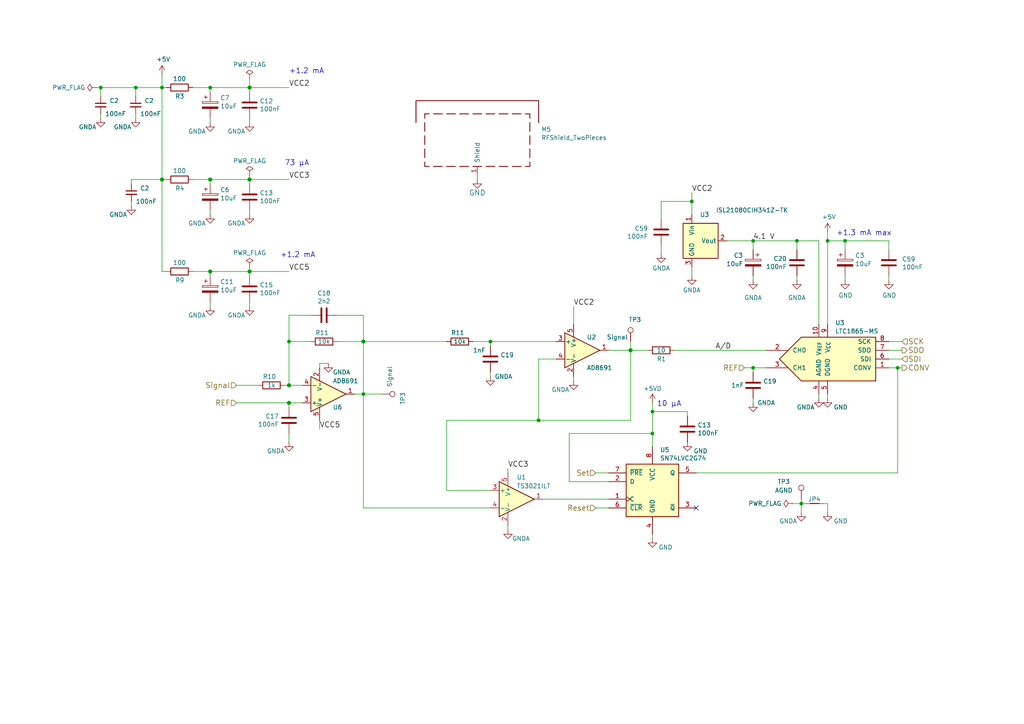
<source format=kicad_sch>
(kicad_sch (version 20230121) (generator eeschema)
  (paper "A4")
  (title_block (title "USTSIPIN03A") (date "2023-10-23") (company "Jakub Kákona <info@ust.cz>") (comment 2 "Semiconductor\\nionizing radiation detector"))
  (lib_symbols
    (symbol "74xGxx:74LVC2G74" (pin_names (offset 1.016))
      (property "Reference" "U" (at -5.08 10.16 0))
      (property "Value" "74LVC2G74" (at 10.16 -10.16 0))
      (symbol "74LVC2G74_0_1"
        (rectangle (start -7.62 7.62) (end 7.62 -7.62) (stroke (width 0.254)) (fill (type background)))
      )
      (symbol "74LVC2G74_1_1"
        (pin input clock (at -12.7 -2.54 0) (length 5.08) (name "C") (number "1"))
        (pin input line (at -12.7 2.54 0) (length 5.08) (name "D") (number "2"))
        (pin output line (at 12.7 -5.08 180) (length 5.08) (name "~{Q}") (number "3"))
        (pin power_in line (at 0 -12.7 90) (length 5.08) (name "GND") (number "4"))
        (pin output line (at 12.7 5.08 180) (length 5.08) (name "Q") (number "5"))
        (pin input line (at -12.7 -5.08 0) (length 5.08) (name "~{CLR}") (number "6"))
        (pin input line (at -12.7 5.08 0) (length 5.08) (name "~{PRE}") (number "7"))
        (pin power_in line (at 0 12.7 270) (length 5.08) (name "VCC") (number "8"))
      )
    )
    (symbol "Analog_ADC:LTC1865-MS" (pin_names (offset 1.27))
      (property "Reference" "U" (at -10.16 7.62 0))
      (property "Value" "LTC1865-MS" (at 11.43 7.62 0))
      (symbol "LTC1865-MS_0_1"
        (polyline (pts (xy 11.43 6.35) (xy -10.16 6.35) (xy -16.51 0) (xy -10.16 -6.35) (xy 11.43 -6.35) (xy 11.43 6.35)) (stroke (width 0.254)) (fill (type background)))
      )
      (symbol "LTC1865-MS_1_1"
        (pin input line (at 15.24 -2.54 180) (length 3.81) (name "CONV") (number "1"))
        (pin input line (at -5.08 10.16 270) (length 3.81) (name "V_{REF}") (number "10"))
        (pin input line (at -20.32 2.54 0) (length 6.35) (name "CH0") (number "2"))
        (pin input line (at -20.32 -2.54 0) (length 6.35) (name "CH1") (number "3"))
        (pin power_in line (at -5.08 -10.16 90) (length 3.81) (name "AGND") (number "4"))
        (pin power_in line (at -2.54 -10.16 90) (length 3.81) (name "DGND") (number "5"))
        (pin input line (at 15.24 0 180) (length 3.81) (name "SDI") (number "6"))
        (pin output line (at 15.24 2.54 180) (length 3.81) (name "SDO") (number "7"))
        (pin input line (at 15.24 5.08 180) (length 3.81) (name "SCK") (number "8"))
        (pin power_in line (at -2.54 10.16 270) (length 3.81) (name "V_{CC}") (number "9"))
      )
    )
    (symbol "Connector:TestPoint" (pin_numbers hide) (pin_names (offset 0.762) hide)
      (property "Reference" "TP" (at 0 6.858 0))
      (property "Value" "TestPoint" (at 0 5.08 0))
      (symbol "TestPoint_0_1"
        (circle (center 0 3.302) (radius 0.762))
      )
      (symbol "TestPoint_1_1"
        (pin passive line (at 0 0 90) (length 2.54) (name "1") (number "1"))
      )
    )
    (symbol "Device:C" (pin_numbers hide) (pin_names (offset 0.254))
      (property "Reference" "C" (at 0.635 2.54 0))
      (property "Value" "C" (at 0.635 -2.54 0))
      (symbol "C_0_1"
        (polyline (pts (xy -2.032 -0.762) (xy 2.032 -0.762)) (stroke (width 0.508)))
        (polyline (pts (xy -2.032 0.762) (xy 2.032 0.762)) (stroke (width 0.508)))
      )
      (symbol "C_1_1"
        (pin passive line (at 0 3.81 270) (length 2.794) (name "~") (number "1"))
        (pin passive line (at 0 -3.81 90) (length 2.794) (name "~") (number "2"))
      )
    )
    (symbol "Device:C_Polarized" (pin_numbers hide) (pin_names (offset 0.254))
      (property "Reference" "C" (at 0.635 2.54 0))
      (property "Value" "C_Polarized" (at 0.635 -2.54 0))
      (symbol "C_Polarized_0_1"
        (rectangle (start -2.286 0.508) (end 2.286 1.016))
        (polyline (pts (xy -1.778 2.286) (xy -0.762 2.286)))
        (polyline (pts (xy -1.27 2.794) (xy -1.27 1.778)))
        (rectangle (start 2.286 -0.508) (end -2.286 -1.016) (fill (type outline)))
      )
      (symbol "C_Polarized_1_1"
        (pin passive line (at 0 3.81 270) (length 2.794) (name "~") (number "1"))
        (pin passive line (at 0 -3.81 90) (length 2.794) (name "~") (number "2"))
      )
    )
    (symbol "Device:C_Small" (pin_numbers hide) (pin_names (offset 0.254) hide)
      (property "Reference" "C" (at 0.254 1.778 0))
      (property "Value" "C_Small" (at 0.254 -2.032 0))
      (symbol "C_Small_0_1"
        (polyline (pts (xy -1.524 -0.508) (xy 1.524 -0.508)) (stroke (width 0.3302)))
        (polyline (pts (xy -1.524 0.508) (xy 1.524 0.508)) (stroke (width 0.3048)))
      )
      (symbol "C_Small_1_1"
        (pin passive line (at 0 2.54 270) (length 2.032) (name "~") (number "1"))
        (pin passive line (at 0 -2.54 90) (length 2.032) (name "~") (number "2"))
      )
    )
    (symbol "Device:NetTie_2" (pin_numbers hide) (pin_names (offset 0) hide) (in_bom no)
      (property "Reference" "NT" (at 0 1.27 0))
      (property "Value" "NetTie_2" (at 0 -1.27 0))
      (symbol "NetTie_2_0_1"
        (polyline (pts (xy -1.27 0) (xy 1.27 0)) (stroke (width 0.254)))
      )
      (symbol "NetTie_2_1_1"
        (pin passive line (at -2.54 0 0) (length 2.54) (name "1") (number "1"))
        (pin passive line (at 2.54 0 180) (length 2.54) (name "2") (number "2"))
      )
    )
    (symbol "Device:R" (pin_numbers hide) (pin_names (offset 0))
      (property "Reference" "R" (at 2.032 0 90))
      (property "Value" "R" (at 0 0 90))
      (symbol "R_0_1"
        (rectangle (start -1.016 -2.54) (end 1.016 2.54) (stroke (width 0.254)))
      )
      (symbol "R_1_1"
        (pin passive line (at 0 3.81 270) (length 1.27) (name "~") (number "1"))
        (pin passive line (at 0 -3.81 90) (length 1.27) (name "~") (number "2"))
      )
    )
    (symbol "Device:RFShield_TwoPieces" (pin_names (offset 1.016))
      (property "Reference" "J" (at 0 5.08 0))
      (property "Value" "RFShield_TwoPieces" (at 0 2.54 0))
      (symbol "RFShield_TwoPieces_0_1"
        (polyline (pts (xy -15.24 -5.08) (xy -15.24 -2.54)) (stroke (width 0.254)))
        (polyline (pts (xy -15.24 -1.27) (xy -15.24 1.27)) (stroke (width 0.254)))
        (polyline (pts (xy -15.24 2.54) (xy -15.24 5.08)) (stroke (width 0.254)))
        (polyline (pts (xy -12.7 7.62) (xy -10.16 7.62)) (stroke (width 0.254)))
        (polyline (pts (xy -10.16 -7.62) (xy -12.7 -7.62)) (stroke (width 0.254)))
        (polyline (pts (xy -6.35 -7.62) (xy -8.89 -7.62)) (stroke (width 0.254)))
        (polyline (pts (xy -6.35 7.62) (xy -8.89 7.62)) (stroke (width 0.254)))
        (polyline (pts (xy -2.54 -7.62) (xy -5.08 -7.62)) (stroke (width 0.254)))
        (polyline (pts (xy -2.54 7.62) (xy -5.08 7.62)) (stroke (width 0.254)))
        (polyline (pts (xy -1.27 -7.62) (xy 1.27 -7.62)) (stroke (width 0.254)))
        (polyline (pts (xy 1.27 7.62) (xy -1.27 7.62)) (stroke (width 0.254)))
        (polyline (pts (xy 2.54 -7.62) (xy 5.08 -7.62)) (stroke (width 0.254)))
        (polyline (pts (xy 5.08 7.62) (xy 2.54 7.62)) (stroke (width 0.254)))
        (polyline (pts (xy 6.35 -7.62) (xy 8.89 -7.62)) (stroke (width 0.254)))
        (polyline (pts (xy 8.89 7.62) (xy 6.35 7.62)) (stroke (width 0.254)))
        (polyline (pts (xy 10.16 -7.62) (xy 12.7 -7.62)) (stroke (width 0.254)))
        (polyline (pts (xy 12.7 7.62) (xy 10.16 7.62)) (stroke (width 0.254)))
        (polyline (pts (xy 15.24 -5.08) (xy 15.24 -2.54)) (stroke (width 0.254)))
        (polyline (pts (xy 15.24 -1.27) (xy 15.24 1.27)) (stroke (width 0.254)))
        (polyline (pts (xy 15.24 2.54) (xy 15.24 5.08)) (stroke (width 0.254)))
        (polyline (pts (xy -15.24 6.35) (xy -15.24 7.62) (xy -13.97 7.62)) (stroke (width 0.254)))
        (polyline (pts (xy -13.97 -7.62) (xy -15.24 -7.62) (xy -15.24 -6.35)) (stroke (width 0.254)))
        (polyline (pts (xy 13.97 -7.62) (xy 15.24 -7.62) (xy 15.24 -6.35)) (stroke (width 0.254)))
        (polyline (pts (xy 15.24 6.35) (xy 15.24 7.62) (xy 13.97 7.62)) (stroke (width 0.254)))
        (polyline (pts (xy -17.78 5.08) (xy -17.78 11.43) (xy 17.78 11.43) (xy 17.78 5.08)) (stroke (width 0.254)))
      )
      (symbol "RFShield_TwoPieces_1_1"
        (pin passive line (at 0 -10.16 90) (length 2.54) (name "Shield") (number "1"))
      )
    )
    (symbol "MLAB_IO:AD8691" (pin_names (offset 0.127))
      (property "Reference" "U" (at 0 5.08 0))
      (property "Value" "AD8691" (at 0 -5.08 0))
      (symbol "AD8691_0_1"
        (polyline (pts (xy -5.08 5.08) (xy 5.08 0) (xy -5.08 -5.08) (xy -5.08 5.08)) (stroke (width 0.254)) (fill (type background)))
        (pin power_in line (at -2.54 -7.62 90) (length 3.81) (name "V-") (number "2"))
        (pin power_in line (at -2.54 7.62 270) (length 3.81) (name "V+") (number "5"))
      )
      (symbol "AD8691_1_1"
        (pin output line (at 7.62 0 180) (length 2.54) (name "~") (number "1"))
        (pin input line (at -7.62 2.54 0) (length 2.54) (name "+") (number "3"))
        (pin input line (at -7.62 -2.54 0) (length 2.54) (name "-") (number "4"))
      )
    )
    (symbol "Reference_Voltage:ISL21070CIH320Z-TK"
      (property "Reference" "U" (at -0.635 8.255 0))
      (property "Value" "ISL21070CIH320Z-TK" (at -1.905 6.35 0))
      (symbol "ISL21070CIH320Z-TK_0_1"
        (rectangle (start -5.08 5.08) (end 5.08 -5.08) (stroke (width 0.254)) (fill (type background)))
      )
      (symbol "ISL21070CIH320Z-TK_1_1"
        (pin power_in line (at -2.54 7.62 270) (length 2.54) (name "Vin") (number "1"))
        (pin power_out line (at 7.62 0 180) (length 2.54) (name "Vout") (number "2"))
        (pin power_in line (at -2.54 -7.62 90) (length 2.54) (name "GND") (number "3"))
      )
    )
    (symbol "power:+5V" (power) (pin_names (offset 0))
      (property "Value" "+5V" (at 0 3.556 0))
      (symbol "+5V_0_1"
        (polyline (pts (xy -0.762 1.27) (xy 0 2.54)))
        (polyline (pts (xy 0 0) (xy 0 2.54)))
        (polyline (pts (xy 0 2.54) (xy 0.762 1.27)))
      )
      (symbol "+5V_1_1"
        (pin power_in line (at 0 0 90) (length 0) hide (name "+5V") (number "1"))
      )
    )
    (symbol "power:+5VD" (power) (pin_names (offset 0))
      (property "Value" "+5VD" (at 0 3.556 0))
      (symbol "+5VD_0_1"
        (polyline (pts (xy -0.762 1.27) (xy 0 2.54)))
        (polyline (pts (xy 0 0) (xy 0 2.54)))
        (polyline (pts (xy 0 2.54) (xy 0.762 1.27)))
      )
      (symbol "+5VD_1_1"
        (pin power_in line (at 0 0 90) (length 0) hide (name "+5VD") (number "1"))
      )
    )
    (symbol "power:GND" (power) (pin_names (offset 0))
      (property "Value" "GND" (at 0 -3.81 0))
      (symbol "GND_0_1"
        (polyline (pts (xy 0 0) (xy 0 -1.27) (xy 1.27 -1.27) (xy 0 -2.54) (xy -1.27 -1.27) (xy 0 -1.27)))
      )
      (symbol "GND_1_1"
        (pin power_in line (at 0 0 270) (length 0) hide (name "GND") (number "1"))
      )
    )
    (symbol "power:GNDA" (power) (pin_names (offset 0))
      (property "Value" "GNDA" (at 0 -3.81 0))
      (symbol "GNDA_0_1"
        (polyline (pts (xy 0 0) (xy 0 -1.27) (xy 1.27 -1.27) (xy 0 -2.54) (xy -1.27 -1.27) (xy 0 -1.27)))
      )
      (symbol "GNDA_1_1"
        (pin power_in line (at 0 0 270) (length 0) hide (name "GNDA") (number "1"))
      )
    )
    (symbol "power:PWR_FLAG" (power) (pin_numbers hide) (pin_names (offset 0) hide)
      (property "Value" "PWR_FLAG" (at 0 3.81 0))
      (symbol "PWR_FLAG_0_0"
        (pin power_out line (at 0 0 90) (length 0) (name "pwr") (number "1"))
      )
      (symbol "PWR_FLAG_0_1"
        (polyline (pts (xy 0 0) (xy 0 1.27) (xy -1.016 1.905) (xy 0 2.54) (xy 1.016 1.905) (xy 0 1.27)))
      )
    )
  )
  (junction (at 29.21 25.4))
  (junction (at 200.66 58.42))
  (junction (at 189.23 119.38))
  (junction (at 46.99 52.07) (diameter 1.016))
  (junction (at 142.24 99.06))
  (junction (at 83.82 116.84) (diameter 1.016))
  (junction (at 60.96 78.74) (diameter 1.016))
  (junction (at 156.21 121.92))
  (junction (at 105.41 114.3))
  (junction (at 240.03 69.85))
  (junction (at 105.41 99.06) (diameter 1.016))
  (junction (at 60.96 52.07) (diameter 1.016))
  (junction (at 72.39 52.07) (diameter 1.016))
  (junction (at 189.23 125.73))
  (junction (at 260.35 106.68))
  (junction (at 60.96 25.4))
  (junction (at 83.82 111.76) (diameter 1.016))
  (junction (at 72.39 78.74) (diameter 1.016))
  (junction (at 231.14 69.85))
  (junction (at 72.39 25.4) (diameter 1.016))
  (junction (at 83.82 99.06))
  (junction (at 39.37 25.4))
  (junction (at 218.44 69.85))
  (junction (at 182.88 101.6) (diameter 1.016))
  (junction (at 245.11 69.85))
  (junction (at 46.99 25.4))
  (junction (at 232.41 146.05))
  (junction (at 218.44 106.68))
  (no_connect (at 201.93 147.32))
  (wire (pts (xy 191.77 71.12) (xy 191.77 73.66)))
  (wire (pts (xy 240.03 67.31) (xy 240.03 69.85)))
  (wire (pts (xy 29.21 34.29) (xy 29.21 33.02)))
  (wire (pts (xy 218.44 69.85) (xy 231.14 69.85)))
  (wire (pts (xy 232.41 144.78) (xy 232.41 146.05)))
  (wire (pts (xy 92.71 106.68) (xy 92.71 105.41)))
  (wire (pts (xy 60.96 25.4) (xy 72.39 25.4)))
  (wire (pts (xy 83.82 116.84) (xy 87.63 116.84)))
  (wire (pts (xy 105.41 91.44) (xy 105.41 99.06)))
  (wire (pts (xy 240.03 148.59) (xy 240.03 146.05)))
  (wire (pts (xy 199.39 119.38) (xy 189.23 119.38)))
  (wire (pts (xy 240.03 146.05) (xy 238.76 146.05)))
  (wire (pts (xy 29.21 25.4) (xy 39.37 25.4)))
  (wire (pts (xy 165.1 125.73) (xy 165.1 139.7)))
  (wire (pts (xy 156.21 104.14) (xy 161.29 104.14)))
  (wire (pts (xy 201.93 137.16) (xy 260.35 137.16)))
  (wire (pts (xy 182.88 101.6) (xy 187.96 101.6)))
  (wire (pts (xy 46.99 52.07) (xy 46.99 78.74)))
  (wire (pts (xy 165.1 125.73) (xy 189.23 125.73)))
  (wire (pts (xy 182.88 99.06) (xy 182.88 101.6)))
  (wire (pts (xy 72.39 62.23) (xy 72.39 60.96)))
  (wire (pts (xy 39.37 27.94) (xy 39.37 25.4)))
  (wire (pts (xy 46.99 78.74) (xy 48.26 78.74)))
  (wire (pts (xy 231.14 81.28) (xy 231.14 80.01)))
  (wire (pts (xy 97.79 99.06) (xy 105.41 99.06)))
  (wire (pts (xy 72.39 52.07) (xy 83.82 52.07)))
  (wire (pts (xy 231.14 69.85) (xy 237.49 69.85)))
  (wire (pts (xy 189.23 125.73) (xy 189.23 129.54)))
  (wire (pts (xy 60.96 26.67) (xy 60.96 25.4)))
  (wire (pts (xy 229.87 146.05) (xy 232.41 146.05)))
  (wire (pts (xy 60.96 78.74) (xy 72.39 78.74)))
  (wire (pts (xy 72.39 80.01) (xy 72.39 78.74)))
  (wire (pts (xy 156.21 104.14) (xy 156.21 121.92)))
  (wire (pts (xy 55.88 78.74) (xy 60.96 78.74)))
  (wire (pts (xy 172.72 137.16) (xy 176.53 137.16)))
  (wire (pts (xy 72.39 78.74) (xy 83.82 78.74)))
  (wire (pts (xy 72.39 25.4) (xy 83.82 25.4)))
  (wire (pts (xy 38.1 53.34) (xy 38.1 52.07)))
  (wire (pts (xy 142.24 109.22) (xy 142.24 107.95)))
  (wire (pts (xy 257.81 101.6) (xy 261.62 101.6)))
  (wire (pts (xy 218.44 80.01) (xy 218.44 81.28)))
  (wire (pts (xy 60.96 35.56) (xy 60.96 34.29)))
  (wire (pts (xy 237.49 69.85) (xy 237.49 93.98)))
  (wire (pts (xy 72.39 88.9) (xy 72.39 87.63)))
  (wire (pts (xy 240.03 114.3) (xy 240.03 115.57)))
  (wire (pts (xy 68.58 111.76) (xy 74.93 111.76)))
  (wire (pts (xy 257.81 106.68) (xy 260.35 106.68)))
  (wire (pts (xy 60.96 62.23) (xy 60.96 60.96)))
  (wire (pts (xy 38.1 52.07) (xy 46.99 52.07)))
  (wire (pts (xy 129.54 121.92) (xy 129.54 142.24)))
  (wire (pts (xy 200.66 58.42) (xy 200.66 62.23)))
  (wire (pts (xy 245.11 72.39) (xy 245.11 69.85)))
  (wire (pts (xy 82.55 111.76) (xy 83.82 111.76)))
  (wire (pts (xy 257.81 99.06) (xy 261.62 99.06)))
  (wire (pts (xy 142.24 99.06) (xy 161.29 99.06)))
  (wire (pts (xy 218.44 72.39) (xy 218.44 69.85)))
  (wire (pts (xy 147.32 152.4) (xy 147.32 153.67)))
  (wire (pts (xy 83.82 116.84) (xy 83.82 118.11)))
  (wire (pts (xy 72.39 35.56) (xy 72.39 34.29)))
  (wire (pts (xy 72.39 26.67) (xy 72.39 25.4)))
  (wire (pts (xy 46.99 21.59) (xy 46.99 25.4)))
  (wire (pts (xy 215.9 106.68) (xy 218.44 106.68)))
  (wire (pts (xy 105.41 99.06) (xy 129.54 99.06)))
  (wire (pts (xy 60.96 52.07) (xy 72.39 52.07)))
  (wire (pts (xy 218.44 106.68) (xy 218.44 107.95)))
  (wire (pts (xy 218.44 116.84) (xy 218.44 115.57)))
  (wire (pts (xy 92.71 105.41) (xy 95.25 105.41)))
  (wire (pts (xy 83.82 125.73) (xy 83.82 128.27)))
  (wire (pts (xy 257.81 104.14) (xy 261.62 104.14)))
  (wire (pts (xy 245.11 69.85) (xy 240.03 69.85)))
  (wire (pts (xy 83.82 99.06) (xy 83.82 111.76)))
  (wire (pts (xy 240.03 69.85) (xy 240.03 93.98)))
  (wire (pts (xy 83.82 91.44) (xy 90.17 91.44)))
  (wire (pts (xy 60.96 88.9) (xy 60.96 87.63)))
  (wire (pts (xy 166.37 88.9) (xy 166.37 93.98)))
  (wire (pts (xy 245.11 81.28) (xy 245.11 80.01)))
  (wire (pts (xy 90.17 99.06) (xy 83.82 99.06)))
  (wire (pts (xy 191.77 58.42) (xy 200.66 58.42)))
  (wire (pts (xy 105.41 147.32) (xy 142.24 147.32)))
  (wire (pts (xy 200.66 77.47) (xy 200.66 80.01)))
  (wire (pts (xy 46.99 25.4) (xy 48.26 25.4)))
  (wire (pts (xy 142.24 99.06) (xy 142.24 100.33)))
  (wire (pts (xy 72.39 53.34) (xy 72.39 52.07)))
  (wire (pts (xy 72.39 77.47) (xy 72.39 78.74)))
  (wire (pts (xy 46.99 25.4) (xy 46.99 52.07)))
  (wire (pts (xy 105.41 114.3) (xy 105.41 147.32)))
  (wire (pts (xy 157.48 144.78) (xy 176.53 144.78)))
  (wire (pts (xy 60.96 53.34) (xy 60.96 52.07)))
  (wire (pts (xy 200.66 55.88) (xy 200.66 58.42)))
  (wire (pts (xy 129.54 142.24) (xy 142.24 142.24)))
  (wire (pts (xy 195.58 101.6) (xy 222.25 101.6)))
  (wire (pts (xy 105.41 99.06) (xy 105.41 114.3)))
  (wire (pts (xy 97.79 91.44) (xy 105.41 91.44)))
  (wire (pts (xy 138.43 52.07) (xy 138.43 50.8)))
  (wire (pts (xy 60.96 80.01) (xy 60.96 78.74)))
  (wire (pts (xy 189.23 116.84) (xy 189.23 119.38)))
  (wire (pts (xy 191.77 63.5) (xy 191.77 58.42)))
  (wire (pts (xy 39.37 34.29) (xy 39.37 33.02)))
  (wire (pts (xy 83.82 111.76) (xy 87.63 111.76)))
  (wire (pts (xy 218.44 106.68) (xy 222.25 106.68)))
  (wire (pts (xy 260.35 106.68) (xy 261.62 106.68)))
  (wire (pts (xy 92.71 121.92) (xy 92.71 124.46)))
  (wire (pts (xy 176.53 139.7) (xy 165.1 139.7)))
  (wire (pts (xy 176.53 101.6) (xy 182.88 101.6)))
  (wire (pts (xy 38.1 59.69) (xy 38.1 58.42)))
  (wire (pts (xy 48.26 52.07) (xy 46.99 52.07)))
  (wire (pts (xy 147.32 135.89) (xy 147.32 137.16)))
  (wire (pts (xy 102.87 114.3) (xy 105.41 114.3)))
  (wire (pts (xy 156.21 121.92) (xy 182.88 121.92)))
  (wire (pts (xy 233.68 146.05) (xy 232.41 146.05)))
  (wire (pts (xy 237.49 114.3) (xy 237.49 115.57)))
  (wire (pts (xy 210.82 69.85) (xy 218.44 69.85)))
  (wire (pts (xy 257.81 80.01) (xy 257.81 81.28)))
  (wire (pts (xy 257.81 72.39) (xy 257.81 69.85)))
  (wire (pts (xy 39.37 25.4) (xy 46.99 25.4)))
  (wire (pts (xy 189.23 154.94) (xy 189.23 156.21)))
  (wire (pts (xy 260.35 137.16) (xy 260.35 106.68)))
  (wire (pts (xy 72.39 52.07) (xy 72.39 50.8)))
  (wire (pts (xy 182.88 101.6) (xy 182.88 121.92)))
  (wire (pts (xy 55.88 25.4) (xy 60.96 25.4)))
  (wire (pts (xy 257.81 69.85) (xy 245.11 69.85)))
  (wire (pts (xy 83.82 91.44) (xy 83.82 99.06)))
  (wire (pts (xy 72.39 25.4) (xy 72.39 22.86)))
  (wire (pts (xy 166.37 109.22) (xy 166.37 110.49)))
  (wire (pts (xy 137.16 99.06) (xy 142.24 99.06)))
  (wire (pts (xy 27.94 25.4) (xy 29.21 25.4)))
  (wire (pts (xy 29.21 27.94) (xy 29.21 25.4)))
  (wire (pts (xy 129.54 121.92) (xy 156.21 121.92)))
  (wire (pts (xy 189.23 119.38) (xy 189.23 125.73)))
  (wire (pts (xy 105.41 114.3) (xy 110.49 114.3)))
  (wire (pts (xy 68.58 116.84) (xy 83.82 116.84)))
  (wire (pts (xy 172.72 147.32) (xy 176.53 147.32)))
  (wire (pts (xy 232.41 146.05) (xy 232.41 148.59)))
  (wire (pts (xy 199.39 120.65) (xy 199.39 119.38)))
  (wire (pts (xy 231.14 72.39) (xy 231.14 69.85)))
  (wire (pts (xy 55.88 52.07) (xy 60.96 52.07)))
  (text "+1.3 mA max" (at 242.57 68.58 0) (effects (font (size 1.524 1.524)) (justify left bottom)))
  (text "+1.2 mA" (at 81.28 74.93 0) (effects (font (size 1.524 1.524)) (justify left bottom)))
  (text "73 μA" (at 82.55 48.26 0) (effects (font (size 1.524 1.524)) (justify left bottom)))
  (text "+1.2 mA" (at 83.82 21.59 0) (effects (font (size 1.524 1.524)) (justify left bottom)))
  (text "10 μA" (at 190.5 118.11 0) (effects (font (size 1.524 1.524)) (justify left bottom)))
  (label "VCC3" (at 83.82 52.07 0) (effects (font (size 1.524 1.524))))
  (label "VCC3" (at 147.32 135.89 0) (effects (font (size 1.524 1.524))))
  (label "VCC2" (at 83.82 25.4 0) (effects (font (size 1.524 1.524))))
  (label "VCC5" (at 83.82 78.74 0) (effects (font (size 1.524 1.524))))
  (label "VCC2" (at 166.37 88.9 0) (effects (font (size 1.524 1.524))))
  (label "4.1 V" (at 218.44 69.85 0) (effects (font (size 1.524 1.524))))
  (label "VCC2" (at 200.66 55.88 0) (effects (font (size 1.524 1.524))))
  (label "VCC5" (at 92.71 124.46 0) (effects (font (size 1.524 1.524))))
  (label "A/D" (at 212.09 101.6 180) (effects (font (size 1.524 1.524))))
  (hierarchical_label "SDO" (shape output) (at 261.62 101.6 0) (effects (font (size 1.524 1.524))))
  (hierarchical_label "REF" (shape input) (at 68.58 116.84 180) (effects (font (size 1.524 1.524))))
  (hierarchical_label "SDI" (shape input) (at 261.62 104.14 0) (effects (font (size 1.524 1.524))))
  (hierarchical_label "Set" (shape input) (at 172.72 137.16 180) (effects (font (size 1.524 1.524))))
  (hierarchical_label "CONV" (shape output) (at 261.62 106.68 0) (effects (font (size 1.524 1.524))))
  (hierarchical_label "REF" (shape input) (at 215.9 106.68 180) (effects (font (size 1.524 1.524))))
  (hierarchical_label "SCK" (shape input) (at 261.62 99.06 0) (effects (font (size 1.524 1.524))))
  (hierarchical_label "Signal" (shape input) (at 68.58 111.76 180) (effects (font (size 1.524 1.524))))
  (hierarchical_label "Reset" (shape input) (at 172.72 147.32 180) (effects (font (size 1.524 1.524))))
  (symbol (lib_id "power:PWR_FLAG") (at 27.94 25.4 90) (unit 1)
    (property "Reference" "#FLG03" (effects hide))
    (property "Value" "PWR_FLAG" (at 24.7651 25.4 90) (effects (justify left)))
    (instances (project "USTSIPIN03" (path "" (reference "#FLG03") (unit 1)) (path "" (reference "#FLG02") (unit 1))))
  )
  (symbol (lib_id "MLAB_IO:AD8691") (at 149.86 144.78 0) (unit 1)
    (property "Reference" "U1" (at 149.86 138.43 0) (effects (justify left)))
    (property "Value" "TS3021ILT" (at 149.86 140.97 0) (effects (justify left)))
    (property "Footprint" "Package_TO_SOT_SMD:SOT-23-5" (effects hide))
    (property "Datasheet" "https://www.st.com/resource/en/datasheet/ts3021.pdf" (effects hide))
    (property "UST_ID" "5d47bfd4128750448e6b465e" (effects hide))
    (instances (project "USTSIPIN03" (path "" (reference "U1") (unit 1)) (path "" (reference "U6") (unit 1))))
  )
  (symbol (lib_id "power:GNDA") (at 237.49 115.57 0) (unit 1)
    (property "Reference" "#PWR05" (effects hide))
    (property "Value" "GNDA" (at 233.68 118.11 0))
    (instances (project "USTSIPIN03" (path "" (reference "#PWR05") (unit 1)) (path "" (reference "#PWR023") (unit 1))))
  )
  (symbol (lib_id "Device:C_Polarized") (at 218.44 76.2 0) (mirror y) (unit 1)
    (property "Reference" "C3" (at 215.519 74.0989 0) (effects (justify left)))
    (property "Value" "10uF" (at 215.519 76.5231 0) (effects (justify left)))
    (property "Footprint" "Capacitor_Tantalum_SMD:CP_EIA-3216-18_Kemet-A" (effects hide))
    (property "UST_ID" "65089dd0462c6d9e720542b3" (effects hide))
    (instances (project "USTSIPIN03" (path "" (reference "C3") (unit 1)) (path "" (reference "C9") (unit 1))))
  )
  (symbol (lib_id "power:GNDA") (at 166.37 110.49 0) (unit 1)
    (property "Reference" "#PWR09" (effects hide))
    (property "Value" "GNDA" (at 162.56 113.03 0))
    (instances (project "USTSIPIN03" (path "" (reference "#PWR09") (unit 1)) (path "" (reference "#PWR022") (unit 1))))
  )
  (symbol (lib_id "power:PWR_FLAG") (at 72.39 22.86 0) (unit 1)
    (property "Reference" "#FLG04" (effects hide))
    (property "Value" "PWR_FLAG" (at 72.39 18.7269 0))
    (instances (project "USTSIPIN03" (path "" (reference "#FLG04") (unit 1)) (path "" (reference "#FLG01") (unit 1))))
  )
  (symbol (lib_id "power:GND") (at 199.39 128.27 0) (unit 1)
    (property "Reference" "#PWR04" (effects hide))
    (property "Value" "GND" (at 203.2 130.81 0))
    (instances (project "USTSIPIN03" (path "" (reference "#PWR04") (unit 1)) (path "" (reference "#PWR027") (unit 1))))
  )
  (symbol (lib_id "Connector:TestPoint") (at 110.49 114.3 270) (unit 1) (in_bom no)
    (property "Reference" "TP3" (at 116.84 115.57 0))
    (property "Value" "Signal" (at 113.03 109.22 0))
    (property "Footprint" "TestPoint:TestPoint_Pad_D1.0mm" (effects hide))
    (property "Sim.Enable" "0" (effects hide))
    (instances (project "USTSIPIN02" (path "" (reference "TP3") (unit 1)) (path "" (reference "TP4") (unit 1))) (project "USTSIPIN03" (path "" (reference "TP1") (unit 1))))
  )
  (symbol (lib_id "Device:C_Small") (at 38.1 55.88 0) (unit 1)
    (property "Reference" "C2" (at 40.64 54.61 0) (effects (justify left)))
    (property "Value" "100nF" (at 39.37 58.42 0) (effects (justify left)))
    (property "Footprint" "Capacitor_SMD:C_0805_2012Metric" (effects hide))
    (property "UST_ID" "5c70984712875079b91f8b4c" (effects hide))
    (instances (project "PIND02" (path "" (reference "C2") (unit 1))) (project "USTSIPIN03" (path "" (reference "C23") (unit 1)) (path "" (reference "C5") (unit 1))))
  )
  (symbol (lib_id "power:GNDA") (at 218.44 81.28 0) (unit 1)
    (property "Reference" "#PWR038" (effects hide))
    (property "Value" "GNDA" (at 218.44 86.36 0))
    (instances (project "USTSIPIN03" (path "" (reference "#PWR038") (unit 1)) (path "" (reference "#PWR014") (unit 1))))
  )
  (symbol (lib_id "power:GNDA") (at 231.14 81.28 0) (unit 1)
    (property "Reference" "#PWR038" (effects hide))
    (property "Value" "GNDA" (at 231.14 86.36 0))
    (instances (project "USTSIPIN03" (path "" (reference "#PWR038") (unit 1)) (path "" (reference "#PWR015") (unit 1))))
  )
  (symbol (lib_id "power:PWR_FLAG") (at 72.39 50.8 0) (unit 1)
    (property "Reference" "#FLG05" (effects hide))
    (property "Value" "PWR_FLAG" (at 72.39 46.6669 0))
    (instances (project "USTSIPIN03" (path "" (reference "#FLG05") (unit 1)) (path "" (reference "#FLG03") (unit 1))))
  )
  (symbol (lib_id "Device:R") (at 93.98 99.06 270) (unit 1)
    (property "Reference" "R11" (at 91.44 96.52 90) (effects (justify left)))
    (property "Value" "10k" (at 93.98 99.06 90))
    (property "Footprint" "Resistor_SMD:R_0805_2012Metric" (effects hide))
    (property "UST_ID" "5c70984612875079b91f899f" (effects hide))
    (instances (project "USTSIPIN02" (path "" (reference "R11") (unit 1))) (project "USTSIPIN03" (path "" (reference "R7") (unit 1)) (path "" (reference "R4") (unit 1))))
  )
  (symbol (lib_id "power:GNDA") (at 60.96 88.9 0) (unit 1)
    (property "Reference" "#PWR028" (effects hide))
    (property "Value" "GNDA" (at 57.15 91.44 0))
    (instances (project "USTSIPIN03" (path "" (reference "#PWR028") (unit 1)) (path "" (reference "#PWR018") (unit 1))))
  )
  (symbol (lib_id "74xGxx:74LVC2G74") (at 189.23 142.24 0) (unit 1)
    (property "Reference" "U5" (at 191.4241 130.4757 0) (effects (justify left)))
    (property "Value" "SN74LVC2G74" (at 191.4241 132.8999 0) (effects (justify left)))
    (property "Footprint" "Package_SO:VSSOP-8_2.3x2mm_P0.5mm" (effects hide))
    (property "Datasheet" "https://www.ti.com/lit/ds/symlink/sn74lvc2g74-ep.pdf" (effects hide))
    (property "UST_ID" "65555d4795a79cc5ac409b41" (effects hide))
  )
  (symbol (lib_id "Analog_ADC:LTC1865-MS") (at 242.57 104.14 0) (unit 1)
    (property "Reference" "U3" (at 242.2241 93.6457 0) (effects (justify left)))
    (property "Value" "LTC1865-MS" (at 242.2241 96.0699 0) (effects (justify left)))
    (property "Footprint" "Package_SO:MSOP-10_3x3mm_P0.5mm" (effects hide))
    (property "Datasheet" "https://www.analog.com/media/en/technical-documentation/data-sheets/18645fb.pdf" (effects hide))
    (property "UST_ID" "651eaece462c6d9e72055763" (effects hide))
  )
  (symbol (lib_id "Device:C") (at 72.39 57.15 0) (unit 1)
    (property "Reference" "C13" (at 75.311 55.9816 0) (effects (justify left)))
    (property "Value" "100nF" (at 75.311 58.293 0) (effects (justify left)))
    (property "Footprint" "Capacitor_SMD:C_0805_2012Metric" (effects hide))
    (property "UST_ID" "6508260b462c6d9e720541f1" (effects hide))
    (instances (project "USTSIPIN03" (path "" (reference "C13") (unit 1)) (path "" (reference "C7") (unit 1))))
  )
  (symbol (lib_id "Device:R") (at 52.07 25.4 270) (unit 1)
    (property "Reference" "R3" (at 50.8 27.94 90) (effects (justify left)))
    (property "Value" "100" (at 52.07 22.86 90))
    (property "Footprint" "Resistor_SMD:R_0805_2012Metric" (effects hide))
    (property "UST_ID" "5c70984512875079b91f8977" (effects hide))
    (instances (project "USTSIPIN03" (path "" (reference "R3") (unit 1)) (path "" (reference "R1") (unit 1))))
  )
  (symbol (lib_id "Device:R") (at 133.35 99.06 270) (unit 1)
    (property "Reference" "R11" (at 130.81 96.52 90) (effects (justify left)))
    (property "Value" "10k" (at 133.35 99.06 90))
    (property "Footprint" "Resistor_SMD:R_0805_2012Metric" (effects hide))
    (property "UST_ID" "5c70984612875079b91f899f" (effects hide))
    (instances (project "USTSIPIN02" (path "" (reference "R11") (unit 1))) (project "USTSIPIN03" (path "" (reference "R7") (unit 1)) (path "" (reference "R5") (unit 1))))
  )
  (symbol (lib_id "Device:RFShield_TwoPieces") (at 138.43 40.64 0) (unit 1)
    (property "Reference" "M5" (at 156.972 37.5229 0) (effects (justify left)))
    (property "Value" "RFShield_TwoPieces" (at 156.972 39.9471 0) (effects (justify left)))
    (property "Footprint" "RF_Shielding:Laird_Technologies_BMI-S-210-F_44.00x30.50mm" (effects hide))
    (property "UST_ID" "5c70984312875079b91f873d" (effects hide))
    (property "UST_ID2" "5c70984312875079b91f873c" (effects hide))
  )
  (symbol (lib_id "Reference_Voltage:ISL21070CIH320Z-TK") (at 203.2 69.85 0) (unit 1)
    (property "Reference" "U3" (at 205.74 62.23 0) (effects (justify right)))
    (property "Value" "ISL21080CIH341Z-TK" (at 228.6 60.96 0) (effects (justify right)))
    (property "Footprint" "Package_TO_SOT_SMD:SOT-23" (effects hide))
    (property "Datasheet" "https://cz.mouser.com/datasheet/2/698/REN_isl21080_DST_20040119-1998038.pdf" (effects hide))
    (property "UST_ID" "6555591d0c8d609e3e79abc1" (effects hide))
    (instances (project "USTSIPIN02" (path "" (reference "U3") (unit 1))) (project "PIND02" (path "" (reference "U2") (unit 1))) (project "USTSIPIN03" (path "" (reference "U10") (unit 1)) (path "" (reference "U1") (unit 1))))
  )
  (symbol (lib_id "power:GND") (at 245.11 81.28 0) (unit 1)
    (property "Reference" "#PWR013" (effects hide))
    (property "Value" "GND" (at 245.237 85.6742 0))
    (instances (project "USTSIPIN03" (path "" (reference "#PWR013") (unit 1)) (path "" (reference "#PWR016") (unit 1))))
  )
  (symbol (lib_id "Device:C") (at 218.44 111.76 0) (unit 1)
    (property "Reference" "C19" (at 221.361 110.5916 0) (effects (justify left)))
    (property "Value" "1nF" (at 212.09 111.76 0) (effects (justify left)))
    (property "Footprint" "Capacitor_SMD:C_0805_2012Metric" (effects hide))
    (property "UST_ID" "5c70984812875079b91f8ba6" (effects hide))
    (instances (project "USTSIPIN03" (path "" (reference "C19") (unit 1)) (path "" (reference "C48") (unit 1))))
  )
  (symbol (lib_id "Device:C_Polarized") (at 60.96 57.15 0) (unit 1)
    (property "Reference" "C6" (at 63.881 55.0489 0) (effects (justify left)))
    (property "Value" "10uF" (at 63.881 57.4731 0) (effects (justify left)))
    (property "Footprint" "Capacitor_Tantalum_SMD:CP_EIA-3216-18_Kemet-A" (effects hide))
    (property "UST_ID" "65089dd0462c6d9e720542b3" (effects hide))
  )
  (symbol (lib_id "power:GNDA") (at 218.44 116.84 0) (unit 1)
    (property "Reference" "#PWR012" (effects hide))
    (property "Value" "GNDA" (at 222.25 116.84 0))
    (instances (project "USTSIPIN03" (path "" (reference "#PWR012") (unit 1)) (path "" (reference "#PWR083") (unit 1))))
  )
  (symbol (lib_id "Device:C_Polarized") (at 60.96 30.48 0) (unit 1)
    (property "Reference" "C7" (at 63.881 28.3789 0) (effects (justify left)))
    (property "Value" "10uF" (at 63.881 30.8031 0) (effects (justify left)))
    (property "Footprint" "Capacitor_Tantalum_SMD:CP_EIA-3216-18_Kemet-A" (effects hide))
    (property "UST_ID" "65089dd0462c6d9e720542b3" (effects hide))
    (instances (project "USTSIPIN03" (path "" (reference "C7") (unit 1)) (path "" (reference "C3") (unit 1))))
  )
  (symbol (lib_id "power:GNDA") (at 95.25 105.41 0) (mirror y) (unit 1)
    (property "Reference" "#PWR027" (effects hide))
    (property "Value" "GNDA" (at 99.06 107.95 0))
    (instances (project "USTSIPIN03" (path "" (reference "#PWR027") (unit 1)) (path "" (reference "#PWR020") (unit 1))))
  )
  (symbol (lib_id "Device:NetTie_2") (at 236.22 146.05 0) (unit 1) (in_bom no)
    (property "Reference" "JP4" (at 236.22 144.78 0))
    (property "Value" "Jumper_2_Bridged" (effects hide))
    (property "Footprint" "NetTie:NetTie-2_SMD_Pad0.5mm" (effects hide))
    (instances (project "USTTHUNDERMILLPCB01" (path "" (reference "JP4") (unit 1))) (project "USTSIPIN03" (path "" (reference "JP1") (unit 1)) (path "" (reference "JP1") (unit 1))))
  )
  (symbol (lib_id "power:+5V") (at 240.03 67.31 0) (unit 1)
    (property "Reference" "#PWR0152" (effects hide))
    (property "Value" "+5V" (at 240.411 62.9158 0))
    (instances (project "USTSIPIN02" (path "" (reference "#PWR0152") (unit 1))) (project "PIND02" (path "" (reference "#PWR028") (unit 1))) (project "USTSIPIN03" (path "" (reference "#PWR049") (unit 1)) (path "" (reference "#PWR011") (unit 1))))
  )
  (symbol (lib_id "power:PWR_FLAG") (at 72.39 77.47 0) (unit 1)
    (property "Reference" "#FLG07" (effects hide))
    (property "Value" "PWR_FLAG" (at 72.39 73.3369 0))
    (instances (project "USTSIPIN03" (path "" (reference "#FLG07") (unit 1)) (path "" (reference "#FLG04") (unit 1))))
  )
  (symbol (lib_id "Device:R") (at 52.07 78.74 270) (unit 1)
    (property "Reference" "R9" (at 50.8 81.28 90) (effects (justify left)))
    (property "Value" "100" (at 52.07 76.2 90))
    (property "Footprint" "Resistor_SMD:R_0805_2012Metric" (effects hide))
    (property "UST_ID" "5c70984512875079b91f8977" (effects hide))
    (instances (project "USTSIPIN03" (path "" (reference "R9") (unit 1)) (path "" (reference "R3") (unit 1))))
  )
  (symbol (lib_id "power:+5V") (at 46.99 21.59 0) (unit 1)
    (property "Reference" "#PWR0152" (effects hide))
    (property "Value" "+5V" (at 47.371 17.1958 0))
    (instances (project "USTSIPIN02" (path "" (reference "#PWR0152") (unit 1))) (project "PIND02" (path "" (reference "#PWR028") (unit 1))) (project "USTSIPIN03" (path "" (reference "#PWR049") (unit 1)) (path "" (reference "#PWR02") (unit 1))))
  )
  (symbol (lib_id "power:GNDA") (at 72.39 35.56 0) (unit 1)
    (property "Reference" "#PWR021" (effects hide))
    (property "Value" "GNDA" (at 68.58 38.1 0))
    (instances (project "USTSIPIN03" (path "" (reference "#PWR021") (unit 1)) (path "" (reference "#PWR06") (unit 1))))
  )
  (symbol (lib_id "Device:R") (at 191.77 101.6 270) (unit 1)
    (property "Reference" "R1" (at 190.5 104.14 90) (effects (justify left)))
    (property "Value" "10" (at 191.77 101.6 90))
    (property "Footprint" "Resistor_SMD:R_0805_2012Metric" (effects hide))
    (property "UST_ID" "5c70984512875079b91f896d" (effects hide))
    (instances (project "USTSIPIN03" (path "" (reference "R1") (unit 1)) (path "" (reference "R6") (unit 1))))
  )
  (symbol (lib_id "power:PWR_FLAG") (at 229.87 146.05 90) (unit 1)
    (property "Reference" "#FLG08" (effects hide))
    (property "Value" "PWR_FLAG" (at 226.6951 146.05 90) (effects (justify left)))
    (instances (project "USTSIPIN03" (path "" (reference "#FLG08") (unit 1)) (path "" (reference "#FLG05") (unit 1))))
  )
  (symbol (lib_id "power:GNDA") (at 29.21 34.29 0) (unit 1)
    (property "Reference" "#PWR042" (effects hide))
    (property "Value" "GNDA" (at 25.4 36.83 0))
    (instances (project "USTSIPIN03" (path "" (reference "#PWR042") (unit 1)) (path "" (reference "#PWR03") (unit 1))))
  )
  (symbol (lib_id "power:GND") (at 240.03 115.57 0) (unit 1)
    (property "Reference" "#PWR04" (effects hide))
    (property "Value" "GND" (at 243.84 118.11 0))
    (instances (project "USTSIPIN03" (path "" (reference "#PWR04") (unit 1)) (path "" (reference "#PWR024") (unit 1))))
  )
  (symbol (lib_id "power:GNDA") (at 147.32 153.67 0) (mirror y) (unit 1)
    (property "Reference" "#PWR08" (effects hide))
    (property "Value" "GNDA" (at 151.13 156.21 0))
    (instances (project "USTSIPIN03" (path "" (reference "#PWR08") (unit 1)) (path "" (reference "#PWR030") (unit 1))))
  )
  (symbol (lib_id "Device:C_Small") (at 29.21 30.48 0) (unit 1)
    (property "Reference" "C2" (at 31.75 29.21 0) (effects (justify left)))
    (property "Value" "100nF" (at 30.48 33.02 0) (effects (justify left)))
    (property "Footprint" "Capacitor_SMD:C_0805_2012Metric" (effects hide))
    (property "UST_ID" "5c70984712875079b91f8b4c" (effects hide))
    (instances (project "PIND02" (path "" (reference "C2") (unit 1))) (project "USTSIPIN03" (path "" (reference "C24") (unit 1)) (path "" (reference "C1") (unit 1))))
  )
  (symbol (lib_id "Device:C") (at 83.82 121.92 0) (mirror y) (unit 1)
    (property "Reference" "C17" (at 80.899 120.7516 0) (effects (justify left)))
    (property "Value" "100nF" (at 80.899 123.063 0) (effects (justify left)))
    (property "Footprint" "Capacitor_SMD:C_0805_2012Metric" (effects hide))
    (property "UST_ID" "6508260b462c6d9e720541f1" (effects hide))
    (instances (project "USTSIPIN02" (path "" (reference "C17") (unit 1))) (project "USTSIPIN03" (path "" (reference "C9") (unit 1)) (path "" (reference "C17") (unit 1))))
  )
  (symbol (lib_id "power:GNDA") (at 39.37 34.29 0) (unit 1)
    (property "Reference" "#PWR043" (effects hide))
    (property "Value" "GNDA" (at 35.56 36.83 0))
    (instances (project "USTSIPIN03" (path "" (reference "#PWR043") (unit 1)) (path "" (reference "#PWR04") (unit 1))))
  )
  (symbol (lib_id "Device:C_Polarized") (at 245.11 76.2 0) (unit 1)
    (property "Reference" "C3" (at 248.031 74.0989 0) (effects (justify left)))
    (property "Value" "10uF" (at 248.031 76.5231 0) (effects (justify left)))
    (property "Footprint" "Capacitor_Tantalum_SMD:CP_EIA-3216-18_Kemet-A" (effects hide))
    (property "UST_ID" "65089dd0462c6d9e720542b3" (effects hide))
    (instances (project "USTSIPIN03" (path "" (reference "C3") (unit 1)) (path "" (reference "C11") (unit 1))))
  )
  (symbol (lib_id "MLAB_IO:AD8691") (at 95.25 114.3 0) (mirror x) (unit 1)
    (property "Reference" "U6" (at 96.52 118.11 0) (effects (justify left)))
    (property "Value" "AD8691" (at 96.52 110.49 0) (effects (justify left)))
    (property "Footprint" "Package_TO_SOT_SMD:TSOT-23-5" (effects hide))
    (property "Datasheet" "https://www.analog.com/media/en/technical-documentation/data-sheets/AD8691_8692_8694.pdf" (effects hide))
    (property "UST_ID" "5d47c084128750448e6b4671" (effects hide))
    (instances (project "USTSIPIN03" (path "" (reference "U6") (unit 1)) (path "" (reference "U4") (unit 1))))
  )
  (symbol (lib_id "power:GND") (at 138.43 52.07 0) (unit 1)
    (property "Reference" "#PWR039" (effects hide))
    (property "Value" "GND" (at 138.43 55.88 0) (effects (font (size 1.524 1.524))))
    (instances (project "USTSIPIN03" (path "" (reference "#PWR039") (unit 1)) (path "" (reference "#PWR07") (unit 1))))
  )
  (symbol (lib_id "Device:C") (at 199.39 124.46 0) (unit 1)
    (property "Reference" "C13" (at 202.311 123.2916 0) (effects (justify left)))
    (property "Value" "100nF" (at 202.311 125.603 0) (effects (justify left)))
    (property "Footprint" "Capacitor_SMD:C_0805_2012Metric" (effects hide))
    (property "UST_ID" "5c70984712875079b91f8b4c" (effects hide))
    (instances (project "USTSIPIN03" (path "" (reference "C13") (unit 1)) (path "" (reference "C18") (unit 1))))
  )
  (symbol (lib_id "power:GNDA") (at 200.66 80.01 0) (unit 1)
    (property "Reference" "#PWR013" (effects hide))
    (property "Value" "GNDA" (at 200.66 84.1431 0))
    (instances (project "PIND02" (path "" (reference "#PWR013") (unit 1))) (project "USTSIPIN03" (path "" (reference "#PWR083") (unit 1)) (path "" (reference "#PWR013") (unit 1))))
  )
  (symbol (lib_id "power:+5VD") (at 189.23 116.84 0) (unit 1)
    (property "Reference" "#PWR025" (effects hide))
    (property "Value" "+5VD" (at 189.23 112.7069 0))
    (instances (project "USTSIPIN03" (path "" (reference "#PWR025") (unit 1)) (path "" (reference "#PWR084") (unit 1))))
  )
  (symbol (lib_id "power:GNDA") (at 142.24 109.22 0) (unit 1)
    (property "Reference" "#PWR012" (effects hide))
    (property "Value" "GNDA" (at 146.05 109.22 0))
    (instances (project "USTSIPIN03" (path "" (reference "#PWR012") (unit 1)) (path "" (reference "#PWR021") (unit 1))))
  )
  (symbol (lib_id "power:GNDA") (at 232.41 148.59 0) (unit 1)
    (property "Reference" "#PWR034" (effects hide))
    (property "Value" "GNDA" (at 228.6 151.13 0))
    (instances (project "USTSIPIN03" (path "" (reference "#PWR034") (unit 1)) (path "" (reference "#PWR028") (unit 1))))
  )
  (symbol (lib_id "power:GNDA") (at 191.77 73.66 0) (unit 1)
    (property "Reference" "#PWR024" (effects hide))
    (property "Value" "GNDA" (at 191.77 77.7931 0))
    (instances (project "PIND02" (path "" (reference "#PWR024") (unit 1))) (project "USTSIPIN03" (path "" (reference "#PWR082") (unit 1)) (path "" (reference "#PWR012") (unit 1))))
  )
  (symbol (lib_id "power:GNDA") (at 83.82 128.27 0) (unit 1)
    (property "Reference" "#PWR019" (effects hide))
    (property "Value" "GNDA" (at 80.01 130.81 0))
    (instances (project "USTSIPIN03" (path "" (reference "#PWR019") (unit 1)) (path "" (reference "#PWR026") (unit 1))))
  )
  (symbol (lib_id "Connector:TestPoint") (at 232.41 144.78 0) (unit 1) (in_bom no)
    (property "Reference" "TP3" (at 227.33 139.7 0))
    (property "Value" "AGND" (at 227.33 142.24 0))
    (property "Footprint" "TestPoint:TestPoint_Pad_D1.0mm" (effects hide))
    (property "Sim.Enable" "0" (effects hide))
    (instances (project "USTSIPIN02" (path "" (reference "TP3") (unit 1)) (path "" (reference "TP4") (unit 1))) (project "USTSIPIN03" (path "" (reference "TP2") (unit 1))))
  )
  (symbol (lib_id "Device:C") (at 72.39 30.48 0) (unit 1)
    (property "Reference" "C12" (at 75.311 29.3116 0) (effects (justify left)))
    (property "Value" "100nF" (at 75.311 31.623 0) (effects (justify left)))
    (property "Footprint" "Capacitor_SMD:C_0805_2012Metric" (effects hide))
    (property "UST_ID" "6508260b462c6d9e720541f1" (effects hide))
    (instances (project "USTSIPIN03" (path "" (reference "C12") (unit 1)) (path "" (reference "C4") (unit 1))))
  )
  (symbol (lib_id "Device:C") (at 257.81 76.2 0) (unit 1)
    (property "Reference" "C59" (at 261.62 75.1586 0) (effects (justify left)))
    (property "Value" "100nF" (at 261.62 77.47 0) (effects (justify left)))
    (property "Footprint" "Capacitor_SMD:C_0805_2012Metric" (effects hide))
    (property "UST_ID" "5c70984712875079b91f8b4c" (effects hide))
    (instances (project "USTSIPIN02" (path "" (reference "C59") (unit 1))) (project "PIND02" (path "" (reference "C18") (unit 1))) (project "USTSIPIN03" (path "" (reference "C18") (unit 1)) (path "" (reference "C12") (unit 1))))
  )
  (symbol (lib_id "Device:C_Polarized") (at 60.96 83.82 0) (unit 1)
    (property "Reference" "C11" (at 63.881 81.7189 0) (effects (justify left)))
    (property "Value" "10uF" (at 63.881 84.1431 0) (effects (justify left)))
    (property "Footprint" "Capacitor_Tantalum_SMD:CP_EIA-3216-18_Kemet-A" (effects hide))
    (property "UST_ID" "65089dd0462c6d9e720542b3" (effects hide))
    (instances (project "USTSIPIN03" (path "" (reference "C11") (unit 1)) (path "" (reference "C13") (unit 1))))
  )
  (symbol (lib_id "Device:C") (at 72.39 83.82 0) (unit 1)
    (property "Reference" "C15" (at 75.311 82.6516 0) (effects (justify left)))
    (property "Value" "100nF" (at 75.311 84.963 0) (effects (justify left)))
    (property "Footprint" "Capacitor_SMD:C_0805_2012Metric" (effects hide))
    (property "UST_ID" "6508260b462c6d9e720541f1" (effects hide))
    (instances (project "USTSIPIN03" (path "" (reference "C15") (unit 1)) (path "" (reference "C14") (unit 1))))
  )
  (symbol (lib_id "Device:C") (at 191.77 67.31 0) (mirror y) (unit 1)
    (property "Reference" "C59" (at 187.96 66.2686 0) (effects (justify left)))
    (property "Value" "100nF" (at 187.96 68.58 0) (effects (justify left)))
    (property "Footprint" "Capacitor_SMD:C_0805_2012Metric" (effects hide))
    (property "UST_ID" "5c70984712875079b91f8b4c" (effects hide))
    (instances (project "USTSIPIN02" (path "" (reference "C59") (unit 1))) (project "PIND02" (path "" (reference "C18") (unit 1))) (project "USTSIPIN03" (path "" (reference "C49") (unit 1)) (path "" (reference "C8") (unit 1))))
  )
  (symbol (lib_id "power:GNDA") (at 72.39 62.23 0) (unit 1)
    (property "Reference" "#PWR023" (effects hide))
    (property "Value" "GNDA" (at 68.58 64.77 0))
    (instances (project "USTSIPIN03" (path "" (reference "#PWR023") (unit 1)) (path "" (reference "#PWR010") (unit 1))))
  )
  (symbol (lib_id "power:GNDA") (at 38.1 59.69 0) (unit 1)
    (property "Reference" "#PWR041" (effects hide))
    (property "Value" "GNDA" (at 34.29 62.23 0))
    (instances (project "USTSIPIN03" (path "" (reference "#PWR041") (unit 1)) (path "" (reference "#PWR08") (unit 1))))
  )
  (symbol (lib_id "Device:C") (at 142.24 104.14 0) (unit 1)
    (property "Reference" "C19" (at 145.161 102.9716 0) (effects (justify left)))
    (property "Value" "1nF" (at 137.16 101.6 0) (effects (justify left)))
    (property "Footprint" "Capacitor_SMD:C_0805_2012Metric" (effects hide))
    (property "UST_ID" "5c70984812875079b91f8ba6" (effects hide))
    (instances (project "USTSIPIN03" (path "" (reference "C19") (unit 1)) (path "" (reference "C16") (unit 1))))
  )
  (symbol (lib_id "Device:C_Small") (at 39.37 30.48 0) (unit 1)
    (property "Reference" "C2" (at 41.91 29.21 0) (effects (justify left)))
    (property "Value" "100nF" (at 40.64 33.02 0) (effects (justify left)))
    (property "Footprint" "Capacitor_SMD:C_0805_2012Metric" (effects hide))
    (property "UST_ID" "5c70984712875079b91f8b4c" (effects hide))
    (instances (project "PIND02" (path "" (reference "C2") (unit 1))) (project "USTSIPIN03" (path "" (reference "C25") (unit 1)) (path "" (reference "C2") (unit 1))))
  )
  (symbol (lib_id "power:GND") (at 189.23 156.21 0) (unit 1)
    (property "Reference" "#PWR04" (effects hide))
    (property "Value" "GND" (at 193.04 158.75 0))
    (instances (project "USTSIPIN03" (path "" (reference "#PWR04") (unit 1)) (path "" (reference "#PWR031") (unit 1))))
  )
  (symbol (lib_id "power:GND") (at 240.03 148.59 0) (unit 1)
    (property "Reference" "#PWR035" (effects hide))
    (property "Value" "GND" (at 243.84 151.13 0))
    (instances (project "USTSIPIN03" (path "" (reference "#PWR035") (unit 1)) (path "" (reference "#PWR029") (unit 1))))
  )
  (symbol (lib_id "Connector:TestPoint") (at 182.88 99.06 0) (unit 1) (in_bom no)
    (property "Reference" "TP3" (at 184.15 92.71 0))
    (property "Value" "Signal" (at 179.07 97.79 0))
    (property "Footprint" "TestPoint:TestPoint_Pad_D1.0mm" (effects hide))
    (property "Sim.Enable" "0" (effects hide))
    (instances (project "USTSIPIN02" (path "" (reference "TP3") (unit 1)) (path "" (reference "TP4") (unit 1))) (project "USTSIPIN03" (path "" (reference "TP3") (unit 1))))
  )
  (symbol (lib_id "Device:R") (at 78.74 111.76 270) (unit 1)
    (property "Reference" "R10" (at 76.2 109.22 90) (effects (justify left)))
    (property "Value" "1k" (at 78.74 111.76 90))
    (property "Footprint" "Resistor_SMD:R_0805_2012Metric" (effects hide))
    (property "UST_ID" "5c70984512875079b91f898c" (effects hide))
    (instances (project "USTSIPIN02" (path "" (reference "R10") (unit 1))) (project "USTSIPIN03" (path "" (reference "R8") (unit 1)) (path "" (reference "R7") (unit 1))))
  )
  (symbol (lib_id "power:GNDA") (at 72.39 88.9 0) (unit 1)
    (property "Reference" "#PWR029" (effects hide))
    (property "Value" "GNDA" (at 68.58 91.44 0))
    (instances (project "USTSIPIN03" (path "" (reference "#PWR029") (unit 1)) (path "" (reference "#PWR019") (unit 1))))
  )
  (symbol (lib_id "Device:C") (at 93.98 91.44 270) (unit 1)
    (property "Reference" "C18" (at 93.98 85.0392 90))
    (property "Value" "2n2" (at 93.98 87.3506 90))
    (property "Footprint" "Capacitor_SMD:C_0805_2012Metric" (effects hide))
    (property "UST_ID" "5c70984712875079b91f8b46" (effects hide))
    (instances (project "USTSIPIN02" (path "" (reference "C18") (unit 1))) (project "USTSIPIN03" (path "" (reference "C8") (unit 1)) (path "" (reference "C15") (unit 1))))
  )
  (symbol (lib_id "Device:R") (at 52.07 52.07 270) (unit 1)
    (property "Reference" "R4" (at 50.8 54.61 90) (effects (justify left)))
    (property "Value" "100" (at 52.07 49.53 90))
    (property "Footprint" "Resistor_SMD:R_0805_2012Metric" (effects hide))
    (property "UST_ID" "5c70984512875079b91f8977" (effects hide))
    (instances (project "USTSIPIN03" (path "" (reference "R4") (unit 1)) (path "" (reference "R2") (unit 1))))
  )
  (symbol (lib_id "MLAB_IO:AD8691") (at 168.91 101.6 0) (unit 1)
    (property "Reference" "U2" (at 170.18 97.79 0) (effects (justify left)))
    (property "Value" "AD8691" (at 170.18 106.68 0) (effects (justify left)))
    (property "Footprint" "Package_TO_SOT_SMD:TSOT-23-5" (effects hide))
    (property "Datasheet" "https://www.analog.com/media/en/technical-documentation/data-sheets/AD8691_8692_8694.pdf" (effects hide))
    (property "UST_ID" "5d47c084128750448e6b4671" (effects hide))
  )
  (symbol (lib_id "power:GND") (at 257.81 81.28 0) (unit 1)
    (property "Reference" "#PWR037" (effects hide))
    (property "Value" "GND" (at 257.937 85.6742 0))
    (instances (project "USTSIPIN03" (path "" (reference "#PWR037") (unit 1)) (path "" (reference "#PWR017") (unit 1))))
  )
  (symbol (lib_id "power:GNDA") (at 60.96 35.56 0) (unit 1)
    (property "Reference" "#PWR020" (effects hide))
    (property "Value" "GNDA" (at 57.15 38.1 0))
    (instances (project "USTSIPIN03" (path "" (reference "#PWR020") (unit 1)) (path "" (reference "#PWR05") (unit 1))))
  )
  (symbol (lib_id "Device:C") (at 231.14 76.2 0) (mirror y) (unit 1)
    (property "Reference" "C20" (at 228.219 75.0316 0) (effects (justify left)))
    (property "Value" "100nF" (at 228.219 77.343 0) (effects (justify left)))
    (property "Footprint" "Capacitor_SMD:C_0805_2012Metric" (effects hide))
    (property "UST_ID" "6508260b462c6d9e720541f1" (effects hide))
    (instances (project "USTSIPIN03" (path "" (reference "C20") (unit 1)) (path "" (reference "C10") (unit 1))))
  )
  (symbol (lib_id "power:GNDA") (at 60.96 62.23 0) (unit 1)
    (property "Reference" "#PWR022" (effects hide))
    (property "Value" "GNDA" (at 57.15 64.77 0))
    (instances (project "USTSIPIN03" (path "" (reference "#PWR022") (unit 1)) (path "" (reference "#PWR09") (unit 1))))
  )
)
</source>
